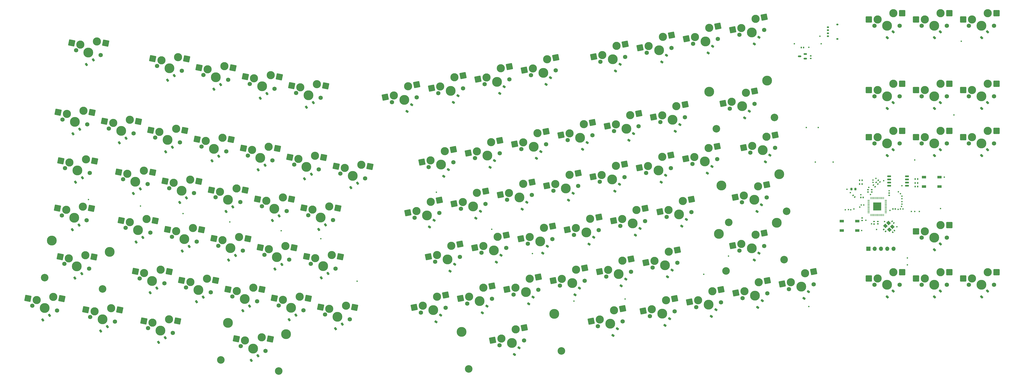
<source format=gbr>
%TF.GenerationSoftware,KiCad,Pcbnew,8.0.4*%
%TF.CreationDate,2024-08-17T19:23:32+09:00*%
%TF.ProjectId,ttaelgam,74746165-6c67-4616-9d2e-6b696361645f,rev?*%
%TF.SameCoordinates,Original*%
%TF.FileFunction,Soldermask,Bot*%
%TF.FilePolarity,Negative*%
%FSLAX46Y46*%
G04 Gerber Fmt 4.6, Leading zero omitted, Abs format (unit mm)*
G04 Created by KiCad (PCBNEW 8.0.4) date 2024-08-17 19:23:32*
%MOMM*%
%LPD*%
G01*
G04 APERTURE LIST*
G04 Aperture macros list*
%AMRoundRect*
0 Rectangle with rounded corners*
0 $1 Rounding radius*
0 $2 $3 $4 $5 $6 $7 $8 $9 X,Y pos of 4 corners*
0 Add a 4 corners polygon primitive as box body*
4,1,4,$2,$3,$4,$5,$6,$7,$8,$9,$2,$3,0*
0 Add four circle primitives for the rounded corners*
1,1,$1+$1,$2,$3*
1,1,$1+$1,$4,$5*
1,1,$1+$1,$6,$7*
1,1,$1+$1,$8,$9*
0 Add four rect primitives between the rounded corners*
20,1,$1+$1,$2,$3,$4,$5,0*
20,1,$1+$1,$4,$5,$6,$7,0*
20,1,$1+$1,$6,$7,$8,$9,0*
20,1,$1+$1,$8,$9,$2,$3,0*%
%AMRotRect*
0 Rectangle, with rotation*
0 The origin of the aperture is its center*
0 $1 length*
0 $2 width*
0 $3 Rotation angle, in degrees counterclockwise*
0 Add horizontal line*
21,1,$1,$2,0,0,$3*%
G04 Aperture macros list end*
%ADD10C,3.048000*%
%ADD11C,3.987800*%
%ADD12C,1.750000*%
%ADD13C,3.300000*%
%ADD14RoundRect,0.250000X1.196977X0.786048X-0.815359X1.177206X-1.196977X-0.786048X0.815359X-1.177206X0*%
%ADD15RoundRect,0.225000X0.106066X-0.424264X0.424264X-0.106066X-0.106066X0.424264X-0.424264X0.106066X0*%
%ADD16RoundRect,0.225000X0.185071X-0.396231X0.436707X-0.023164X-0.185071X0.396231X-0.436707X0.023164X0*%
%ADD17RoundRect,0.225000X0.023164X-0.436707X0.396231X-0.185071X-0.023164X0.436707X-0.396231X0.185071X0*%
%ADD18RoundRect,0.140000X0.170000X-0.140000X0.170000X0.140000X-0.170000X0.140000X-0.170000X-0.140000X0*%
%ADD19RoundRect,0.250000X0.815359X1.177206X-1.196977X0.786048X-0.815359X-1.177206X1.196977X-0.786048X0*%
%ADD20RoundRect,0.140000X0.219203X0.021213X0.021213X0.219203X-0.219203X-0.021213X-0.021213X-0.219203X0*%
%ADD21RoundRect,0.135000X-0.135000X-0.185000X0.135000X-0.185000X0.135000X0.185000X-0.135000X0.185000X0*%
%ADD22RoundRect,0.150000X0.650000X0.150000X-0.650000X0.150000X-0.650000X-0.150000X0.650000X-0.150000X0*%
%ADD23RoundRect,0.140000X0.140000X0.170000X-0.140000X0.170000X-0.140000X-0.170000X0.140000X-0.170000X0*%
%ADD24RoundRect,0.135000X0.135000X0.185000X-0.135000X0.185000X-0.135000X-0.185000X0.135000X-0.185000X0*%
%ADD25RoundRect,0.250000X1.025000X1.000000X-1.025000X1.000000X-1.025000X-1.000000X1.025000X-1.000000X0*%
%ADD26RoundRect,0.140000X-0.170000X0.140000X-0.170000X-0.140000X0.170000X-0.140000X0.170000X0.140000X0*%
%ADD27RoundRect,0.135000X-0.185000X0.135000X-0.185000X-0.135000X0.185000X-0.135000X0.185000X0.135000X0*%
%ADD28RoundRect,0.140000X-0.140000X-0.170000X0.140000X-0.170000X0.140000X0.170000X-0.140000X0.170000X0*%
%ADD29R,1.700000X1.700000*%
%ADD30O,1.700000X1.700000*%
%ADD31RoundRect,0.140000X-0.021213X0.219203X-0.219203X0.021213X0.021213X-0.219203X0.219203X-0.021213X0*%
%ADD32R,1.700000X1.000000*%
%ADD33RotRect,1.400000X1.200000X135.000000*%
%ADD34RoundRect,0.150000X-0.275000X0.150000X-0.275000X-0.150000X0.275000X-0.150000X0.275000X0.150000X0*%
%ADD35RoundRect,0.175000X-0.225000X0.175000X-0.225000X-0.175000X0.225000X-0.175000X0.225000X0.175000X0*%
%ADD36RoundRect,0.050000X0.387500X0.050000X-0.387500X0.050000X-0.387500X-0.050000X0.387500X-0.050000X0*%
%ADD37RoundRect,0.050000X0.050000X0.387500X-0.050000X0.387500X-0.050000X-0.387500X0.050000X-0.387500X0*%
%ADD38R,3.200000X3.200000*%
%ADD39RoundRect,0.225000X0.225000X0.250000X-0.225000X0.250000X-0.225000X-0.250000X0.225000X-0.250000X0*%
%ADD40RoundRect,0.135000X0.226274X0.035355X0.035355X0.226274X-0.226274X-0.035355X-0.035355X-0.226274X0*%
%ADD41RoundRect,0.150000X0.512500X0.150000X-0.512500X0.150000X-0.512500X-0.150000X0.512500X-0.150000X0*%
%ADD42C,0.600000*%
G04 APERTURE END LIST*
D10*
%TO.C,S63*%
X423623821Y-226170754D03*
D11*
X420715892Y-211210756D03*
D10*
X400248824Y-230714392D03*
D11*
X397340895Y-215754395D03*
%TD*%
D10*
%TO.C,S82*%
X332718655Y-282654035D03*
D11*
X329810726Y-267694036D03*
D10*
X295318659Y-289923857D03*
D11*
X292410730Y-274963859D03*
%TD*%
D10*
%TO.C,S30*%
X418691498Y-188316394D03*
D11*
X415783569Y-173356396D03*
D10*
X395316501Y-192860032D03*
D11*
X392408572Y-177900035D03*
%TD*%
D10*
%TO.C,S81*%
X218591636Y-290832583D03*
D11*
X221499565Y-275872586D03*
D10*
X195216639Y-286288945D03*
D11*
X198124568Y-271328947D03*
%TD*%
D10*
%TO.C,S76*%
X422583732Y-245779479D03*
D11*
X419675803Y-230819481D03*
D10*
X399208735Y-250323117D03*
D11*
X396300806Y-235363120D03*
%TD*%
D10*
%TO.C,S64*%
X147426556Y-257592940D03*
D11*
X150334485Y-242632943D03*
D10*
X124051559Y-253049302D03*
D11*
X126959488Y-238089304D03*
%TD*%
D12*
%TO.C,MX52*%
X166730933Y-234823044D03*
D11*
X161744267Y-233853734D03*
D12*
X156757601Y-232884424D03*
D13*
X158488922Y-230633419D03*
D14*
X155004146Y-229956047D03*
X168691686Y-230029095D03*
D13*
X165206910Y-229351723D03*
%TD*%
D15*
%TO.C,D88*%
X464319491Y-260791339D03*
X466652943Y-258457887D03*
%TD*%
D16*
%TO.C,D7*%
X289090418Y-182208004D03*
X290935754Y-179472180D03*
%TD*%
D12*
%TO.C,MX2*%
X179453123Y-169373051D03*
D11*
X174466457Y-168403741D03*
D12*
X169479791Y-167434431D03*
D13*
X171211112Y-165183426D03*
D14*
X167726336Y-164506054D03*
X181413876Y-164579102D03*
D13*
X177929100Y-163901730D03*
%TD*%
D12*
%TO.C,MX55*%
X222830927Y-245727778D03*
D11*
X217844261Y-244758468D03*
D12*
X212857595Y-243789158D03*
D13*
X214588916Y-241538153D03*
D14*
X211104140Y-240860781D03*
X224791680Y-240933829D03*
D13*
X221306904Y-240256457D03*
%TD*%
D15*
%TO.C,D33*%
X502419491Y-184591339D03*
X504752943Y-182257887D03*
%TD*%
D17*
%TO.C,D5*%
X229792983Y-184083405D03*
X232528807Y-182238069D03*
%TD*%
D12*
%TO.C,MX18*%
X159975758Y-194696864D03*
D11*
X154989092Y-193727554D03*
D12*
X150002426Y-192758244D03*
D13*
X151733747Y-190507239D03*
D14*
X148248971Y-189829867D03*
X161936511Y-189902915D03*
D13*
X158451735Y-189225543D03*
%TD*%
D18*
%TO.C,C3*%
X458009740Y-218445260D03*
X458009740Y-217485260D03*
%TD*%
D12*
%TO.C,MX24*%
X289107879Y-206389162D03*
D11*
X284121213Y-207358472D03*
D12*
X279134547Y-208327782D03*
D13*
X279896559Y-205592121D03*
D19*
X276411782Y-206269493D03*
X289130013Y-201209779D03*
D13*
X285645236Y-201887151D03*
%TD*%
D20*
%TO.C,C6*%
X466927686Y-230937945D03*
X466248864Y-230259123D03*
%TD*%
D12*
%TO.C,MX69*%
X247246012Y-269880143D03*
D11*
X242259346Y-268910833D03*
D12*
X237272680Y-267941523D03*
D13*
X239004001Y-265690518D03*
D14*
X235519225Y-265013146D03*
X249206765Y-265086194D03*
D13*
X245721989Y-264408822D03*
%TD*%
D12*
%TO.C,MX66*%
X191146019Y-258975408D03*
D11*
X186159353Y-258006098D03*
D12*
X181172687Y-257036788D03*
D13*
X182904008Y-254785783D03*
D14*
X179419232Y-254108411D03*
X193106772Y-254181459D03*
D13*
X189621996Y-253504087D03*
%TD*%
D17*
%TO.C,D55*%
X217070793Y-249533398D03*
X219806617Y-247688062D03*
%TD*%
D16*
%TO.C,D83*%
X353494926Y-276425078D03*
X355340262Y-273689254D03*
%TD*%
D20*
%TO.C,C11*%
X459349151Y-216329671D03*
X458670329Y-215650849D03*
%TD*%
D16*
%TO.C,D43*%
X335577693Y-221688176D03*
X337423029Y-218952352D03*
%TD*%
%TO.C,D70*%
X282072522Y-270901634D03*
X283917858Y-268165810D03*
%TD*%
D21*
%TO.C,R5*%
X475519221Y-214759737D03*
X476539219Y-214759737D03*
%TD*%
D16*
%TO.C,D42*%
X316877695Y-225323087D03*
X318723031Y-222587263D03*
%TD*%
D12*
%TO.C,MX84*%
X378447515Y-266649508D03*
D11*
X373460849Y-267618818D03*
D12*
X368474183Y-268588128D03*
D13*
X369236195Y-265852467D03*
D19*
X365751418Y-266529839D03*
X378469649Y-261470125D03*
D13*
X374984872Y-262147497D03*
%TD*%
D12*
%TO.C,MX58*%
X310402700Y-241062974D03*
D11*
X305416034Y-242032284D03*
D12*
X300429368Y-243001594D03*
D13*
X301191380Y-240265933D03*
D19*
X297706603Y-240943305D03*
X310424834Y-235883591D03*
D13*
X306940057Y-236560963D03*
%TD*%
D16*
%TO.C,D60*%
X343887603Y-239479446D03*
X345732939Y-236743622D03*
%TD*%
D12*
%TO.C,MX64*%
X142058524Y-249433766D03*
D11*
X137071858Y-248464456D03*
D12*
X132085192Y-247495146D03*
D13*
X133816513Y-245244141D03*
D14*
X130331737Y-244566769D03*
X144019277Y-244639817D03*
D13*
X140534501Y-243962445D03*
%TD*%
D12*
%TO.C,MX78*%
X129073614Y-266316308D03*
D11*
X124086948Y-265346998D03*
D12*
X119100282Y-264377688D03*
D13*
X120831603Y-262126683D03*
D14*
X117346827Y-261449311D03*
X131034367Y-261522359D03*
D13*
X127549591Y-260844987D03*
%TD*%
D12*
%TO.C,MX73*%
X342087608Y-254310605D03*
D11*
X337100942Y-255279915D03*
D12*
X332114276Y-256249225D03*
D13*
X332876288Y-253513564D03*
D19*
X329391511Y-254190936D03*
X342109742Y-249131222D03*
D13*
X338624965Y-249808594D03*
%TD*%
D22*
%TO.C,U4*%
X472234740Y-212085260D03*
X472234740Y-213355260D03*
X472234740Y-214625260D03*
X472234740Y-215895260D03*
X465034740Y-215895260D03*
X465034740Y-214625260D03*
X465034740Y-213355260D03*
X465034740Y-212085260D03*
%TD*%
D16*
%TO.C,D26*%
X322592782Y-204805634D03*
X324438118Y-202069810D03*
%TD*%
D12*
%TO.C,MX61*%
X366502693Y-230158240D03*
D11*
X361516027Y-231127550D03*
D12*
X356529361Y-232096860D03*
D13*
X357291373Y-229361199D03*
D19*
X353806596Y-230038571D03*
X366524827Y-224978857D03*
D13*
X363040050Y-225656229D03*
%TD*%
D16*
%TO.C,D11*%
X373240409Y-165850903D03*
X375085745Y-163115079D03*
%TD*%
D23*
%TO.C,C9*%
X454564740Y-220615260D03*
X453604740Y-220615260D03*
%TD*%
D12*
%TO.C,MX63*%
X415590188Y-220616598D03*
D11*
X410603522Y-221585908D03*
D12*
X405616856Y-222555218D03*
D13*
X406378868Y-219819557D03*
D19*
X402894091Y-220496929D03*
X415612322Y-215437215D03*
D13*
X412127545Y-216114587D03*
%TD*%
D24*
%TO.C,R7*%
X454094739Y-213640260D03*
X453074741Y-213640260D03*
%TD*%
D16*
%TO.C,D40*%
X279477699Y-232592910D03*
X281323035Y-229857086D03*
%TD*%
D20*
%TO.C,C13*%
X451149151Y-220435722D03*
X450470329Y-219756900D03*
%TD*%
D12*
%TO.C,MX89*%
X488297648Y-255956553D03*
D11*
X483217648Y-255956553D03*
D12*
X478137648Y-255956553D03*
D13*
X479407648Y-253416553D03*
D25*
X475857648Y-253416553D03*
X489307648Y-250876553D03*
D13*
X485757648Y-250876553D03*
%TD*%
D12*
%TO.C,MX22*%
X234775749Y-209236510D03*
D11*
X229789083Y-208267200D03*
D12*
X224802417Y-207297890D03*
D13*
X226533738Y-205046885D03*
D14*
X223048962Y-204369513D03*
X236736502Y-204442561D03*
D13*
X233251726Y-203765189D03*
%TD*%
D12*
%TO.C,MX44*%
X358192782Y-212366970D03*
D11*
X353206116Y-213336280D03*
D12*
X348219450Y-214305590D03*
D13*
X348981462Y-211569929D03*
D19*
X345496685Y-212247301D03*
X358214916Y-207187587D03*
D13*
X354730139Y-207864959D03*
%TD*%
D12*
%TO.C,MX67*%
X209846016Y-262610320D03*
D11*
X204859350Y-261641010D03*
D12*
X199872684Y-260671700D03*
D13*
X201604005Y-258420695D03*
D14*
X198119229Y-257743323D03*
X211806769Y-257816371D03*
D13*
X208321993Y-257138999D03*
%TD*%
D16*
%TO.C,D44*%
X354277690Y-218053265D03*
X356123026Y-215317441D03*
%TD*%
D26*
%TO.C,C16*%
X458984740Y-230385260D03*
X458984740Y-231345260D03*
%TD*%
D17*
%TO.C,D66*%
X185385885Y-262781029D03*
X188121709Y-260935693D03*
%TD*%
%TO.C,D78*%
X123313480Y-270121929D03*
X126049304Y-268276593D03*
%TD*%
D15*
%TO.C,D32*%
X483369491Y-184591339D03*
X485702943Y-182257887D03*
%TD*%
D12*
%TO.C,MX74*%
X360787606Y-250675694D03*
D11*
X355800940Y-251645004D03*
D12*
X350814274Y-252614314D03*
D13*
X351576286Y-249878653D03*
D19*
X348091509Y-250556025D03*
X360809740Y-245496311D03*
D13*
X357324963Y-246173683D03*
%TD*%
D16*
%TO.C,D72*%
X319472518Y-263631811D03*
X321317854Y-260895987D03*
%TD*%
%TO.C,D61*%
X362587601Y-235844535D03*
X364432937Y-233108711D03*
%TD*%
%TO.C,D57*%
X287787610Y-250384180D03*
X289632946Y-247648356D03*
%TD*%
D24*
%TO.C,R3*%
X476539219Y-213159737D03*
X475519221Y-213159737D03*
%TD*%
D17*
%TO.C,D23*%
X247715613Y-216677041D03*
X250451437Y-214831705D03*
%TD*%
%TO.C,D54*%
X198370795Y-245898487D03*
X201106619Y-244053151D03*
%TD*%
D12*
%TO.C,MX36*%
X184390843Y-218849229D03*
D11*
X179404177Y-217879919D03*
D12*
X174417511Y-216910609D03*
D13*
X176148832Y-214659604D03*
D14*
X172664056Y-213982232D03*
X186351596Y-214055280D03*
D13*
X182866820Y-213377908D03*
%TD*%
D12*
%TO.C,MX39*%
X240490836Y-229753963D03*
D11*
X235504170Y-228784653D03*
D12*
X230517504Y-227815343D03*
D13*
X232248825Y-225564338D03*
D14*
X228764049Y-224886966D03*
X242451589Y-224960014D03*
D13*
X238966813Y-224282642D03*
%TD*%
D12*
%TO.C,MX88*%
X469247648Y-255956553D03*
D11*
X464167648Y-255956553D03*
D12*
X459087648Y-255956553D03*
D13*
X460357648Y-253416553D03*
D25*
X456807648Y-253416553D03*
X470257648Y-250876553D03*
D13*
X466707648Y-250876553D03*
%TD*%
D16*
%TO.C,D76*%
X410635007Y-245911618D03*
X412480343Y-243175794D03*
%TD*%
D17*
%TO.C,D36*%
X178630709Y-222654850D03*
X181366533Y-220809514D03*
%TD*%
D12*
%TO.C,MX19*%
X178675755Y-198331776D03*
D11*
X173689089Y-197362466D03*
D12*
X168702423Y-196393156D03*
D13*
X170433744Y-194142151D03*
D14*
X166948968Y-193464779D03*
X180636508Y-193537827D03*
D13*
X177151732Y-192860455D03*
%TD*%
D15*
%TO.C,D31*%
X464319491Y-184591339D03*
X466652943Y-182257887D03*
%TD*%
D17*
%TO.C,D17*%
X135515626Y-194867573D03*
X138251450Y-193022237D03*
%TD*%
D16*
%TO.C,D12*%
X391940407Y-162215992D03*
X393785743Y-159480168D03*
%TD*%
D12*
%TO.C,MX3*%
X198153121Y-173007963D03*
D11*
X193166455Y-172038653D03*
D12*
X188179789Y-171069343D03*
D13*
X189911110Y-168818338D03*
D14*
X186426334Y-168140966D03*
X200113874Y-168214014D03*
D13*
X196629098Y-167536642D03*
%TD*%
D12*
%TO.C,MX71*%
X304687612Y-261580428D03*
D11*
X299700946Y-262549738D03*
D12*
X294714280Y-263519048D03*
D13*
X295476292Y-260783387D03*
D19*
X291991515Y-261460759D03*
X304709746Y-256401045D03*
D13*
X301224969Y-257078417D03*
%TD*%
D27*
%TO.C,R4*%
X454159740Y-228930261D03*
X454159740Y-229950259D03*
%TD*%
D12*
%TO.C,MX27*%
X345207872Y-195484428D03*
D11*
X340221206Y-196453738D03*
D12*
X335234540Y-197423048D03*
D13*
X335996552Y-194687387D03*
D19*
X332511775Y-195364759D03*
X345230006Y-190305045D03*
D13*
X341745229Y-190982417D03*
%TD*%
D12*
%TO.C,MX5*%
X235553116Y-180277785D03*
D11*
X230566450Y-179308475D03*
D12*
X225579784Y-178339165D03*
D13*
X227311105Y-176088160D03*
D14*
X223826329Y-175410788D03*
X237513869Y-175483836D03*
D13*
X234029093Y-174806464D03*
%TD*%
D12*
%TO.C,MX76*%
X414550099Y-240225323D03*
D11*
X409563433Y-241194633D03*
D12*
X404576767Y-242163943D03*
D13*
X405338779Y-239428282D03*
D19*
X401854002Y-240105654D03*
X414572233Y-235045940D03*
D13*
X411087456Y-235723312D03*
%TD*%
D12*
%TO.C,MX9*%
X330405506Y-169251887D03*
D11*
X325418840Y-170221197D03*
D12*
X320432174Y-171190507D03*
D13*
X321194186Y-168454846D03*
D19*
X317709409Y-169132218D03*
X330427640Y-164072504D03*
D13*
X326942863Y-164749876D03*
%TD*%
D12*
%TO.C,MX13*%
X414555496Y-152894786D03*
D11*
X409568830Y-153864096D03*
D12*
X404582164Y-154833406D03*
D13*
X405344176Y-152097745D03*
D19*
X401859399Y-152775117D03*
X414577630Y-147715403D03*
D13*
X411092853Y-148392775D03*
%TD*%
D16*
%TO.C,D74*%
X356872514Y-256361988D03*
X358717850Y-253626164D03*
%TD*%
D12*
%TO.C,MX21*%
X216075751Y-205601598D03*
D11*
X211089085Y-204632288D03*
D12*
X206102419Y-203662978D03*
D13*
X207833740Y-201411973D03*
D14*
X204348964Y-200734601D03*
X218036504Y-200807649D03*
D13*
X214551728Y-200130277D03*
%TD*%
D12*
%TO.C,MX33*%
X507347648Y-179756553D03*
D11*
X502267648Y-179756553D03*
D12*
X497187648Y-179756553D03*
D13*
X498457648Y-177216553D03*
D25*
X494907648Y-177216553D03*
X508357648Y-174676553D03*
D13*
X504807648Y-174676553D03*
%TD*%
D18*
%TO.C,C2*%
X433409740Y-164376311D03*
X433409740Y-163416311D03*
%TD*%
D16*
%TO.C,D59*%
X325187606Y-243114357D03*
X327032942Y-240378533D03*
%TD*%
D12*
%TO.C,MX26*%
X326507874Y-199119339D03*
D11*
X321521208Y-200088649D03*
D12*
X316534542Y-201057959D03*
D13*
X317296554Y-198322298D03*
D19*
X313811777Y-198999670D03*
X326530008Y-193939956D03*
D13*
X323045231Y-194617328D03*
%TD*%
D12*
%TO.C,MX12*%
X395855499Y-156529697D03*
D11*
X390868833Y-157499007D03*
D12*
X385882167Y-158468317D03*
D13*
X386644179Y-155732656D03*
D19*
X383159402Y-156410028D03*
X395877633Y-151350314D03*
D13*
X392392856Y-152027686D03*
%TD*%
D17*
%TO.C,D38*%
X216030705Y-229924672D03*
X218766529Y-228079336D03*
%TD*%
D12*
%TO.C,MX16*%
X507347648Y-151181553D03*
D11*
X502267648Y-151181553D03*
D12*
X497187648Y-151181553D03*
D13*
X498457648Y-148641553D03*
D25*
X494907648Y-148641553D03*
X508357648Y-146101553D03*
D13*
X504807648Y-146101553D03*
%TD*%
D12*
%TO.C,MX34*%
X142315848Y-210670679D03*
D11*
X137329182Y-209701369D03*
D12*
X132342516Y-208732059D03*
D13*
X134073837Y-206481054D03*
D14*
X130589061Y-205803682D03*
X144276601Y-205876730D03*
D13*
X140791825Y-205199358D03*
%TD*%
D17*
%TO.C,D53*%
X179670797Y-242263575D03*
X182406621Y-240418239D03*
%TD*%
%TO.C,D56*%
X235770791Y-253168309D03*
X238506615Y-251322973D03*
%TD*%
D21*
%TO.C,R8*%
X453074741Y-215227760D03*
X454094739Y-215227760D03*
%TD*%
D12*
%TO.C,MX40*%
X283392791Y-226906616D03*
D11*
X278406125Y-227875926D03*
D12*
X273419459Y-228845236D03*
D13*
X274181471Y-226109575D03*
D19*
X270696694Y-226786947D03*
X283414925Y-221727233D03*
D13*
X279930148Y-222404605D03*
%TD*%
D12*
%TO.C,MX82*%
X317672522Y-278462970D03*
D11*
X312685856Y-279432280D03*
D12*
X307699190Y-280401590D03*
D13*
X308461202Y-277665929D03*
D19*
X304976425Y-278343301D03*
X317694656Y-273283587D03*
D13*
X314209879Y-273960959D03*
%TD*%
D17*
%TO.C,D2*%
X173692989Y-173178671D03*
X176428813Y-171333335D03*
%TD*%
%TO.C,D22*%
X229015615Y-213042130D03*
X231751439Y-211196794D03*
%TD*%
D16*
%TO.C,D29*%
X378692776Y-193900900D03*
X380538112Y-191165076D03*
%TD*%
D12*
%TO.C,MX43*%
X339492785Y-216001881D03*
D11*
X334506119Y-216971191D03*
D12*
X329519453Y-217940501D03*
D13*
X330281465Y-215204840D03*
D19*
X326796688Y-215882212D03*
X339514919Y-210822498D03*
D13*
X336030142Y-211499870D03*
%TD*%
D17*
%TO.C,D67*%
X204085883Y-266415940D03*
X206821707Y-264570604D03*
%TD*%
D12*
%TO.C,MX30*%
X410657865Y-182762238D03*
D11*
X405671199Y-183731548D03*
D12*
X400684533Y-184700858D03*
D13*
X401446545Y-181965197D03*
D19*
X397961768Y-182642569D03*
X410679999Y-177582855D03*
D13*
X407195222Y-178260227D03*
%TD*%
D18*
%TO.C,C14*%
X456509740Y-218445260D03*
X456509740Y-217485260D03*
%TD*%
D16*
%TO.C,D47*%
X415052683Y-206239803D03*
X416898019Y-203503979D03*
%TD*%
D12*
%TO.C,MX7*%
X293005510Y-176521710D03*
D11*
X288018844Y-177491020D03*
D12*
X283032178Y-178460330D03*
D13*
X283794190Y-175724669D03*
D19*
X280309413Y-176402041D03*
X293027644Y-171342327D03*
D13*
X289542867Y-172019699D03*
%TD*%
D15*
%TO.C,D50*%
X502419491Y-203641339D03*
X504752943Y-201307887D03*
%TD*%
D16*
%TO.C,D45*%
X372977688Y-214418353D03*
X374823024Y-211682529D03*
%TD*%
D12*
%TO.C,MX68*%
X228546014Y-266245231D03*
D11*
X223559348Y-265275921D03*
D12*
X218572682Y-264306611D03*
D13*
X220304003Y-262055606D03*
D14*
X216819227Y-261378234D03*
X230506767Y-261451282D03*
D13*
X227021991Y-260773910D03*
%TD*%
D12*
%TO.C,MX17*%
X141275760Y-191061953D03*
D11*
X136289094Y-190092643D03*
D12*
X131302428Y-189123333D03*
D13*
X133033749Y-186872328D03*
D14*
X129548973Y-186194956D03*
X143236513Y-186268004D03*
D13*
X139751737Y-185590632D03*
%TD*%
D16*
%TO.C,D46*%
X391677686Y-210783442D03*
X393523022Y-208047618D03*
%TD*%
D17*
%TO.C,D51*%
X135258302Y-233630661D03*
X137994126Y-231785325D03*
%TD*%
%TO.C,D52*%
X160970799Y-238628664D03*
X163706623Y-236783328D03*
%TD*%
%TO.C,D65*%
X166685887Y-259146117D03*
X169421711Y-257300781D03*
%TD*%
D12*
%TO.C,MX35*%
X165690845Y-215214318D03*
D11*
X160704179Y-214245008D03*
D12*
X155717513Y-213275698D03*
D13*
X157448834Y-211024693D03*
D14*
X153964058Y-210347321D03*
X167651598Y-210420369D03*
D13*
X164166822Y-209742997D03*
%TD*%
D12*
%TO.C,MX4*%
X216853119Y-176642874D03*
D11*
X211866453Y-175673564D03*
D12*
X206879787Y-174704254D03*
D13*
X208611108Y-172453249D03*
D14*
X205126332Y-171775877D03*
X218813872Y-171848925D03*
D13*
X215329096Y-171171553D03*
%TD*%
D12*
%TO.C,MX8*%
X311705508Y-172886798D03*
D11*
X306718842Y-173856108D03*
D12*
X301732176Y-174825418D03*
D13*
X302494188Y-172089757D03*
D19*
X299009411Y-172767129D03*
X311727642Y-167707415D03*
D13*
X308242865Y-168384787D03*
%TD*%
D17*
%TO.C,D19*%
X172915622Y-202137396D03*
X175651446Y-200292060D03*
%TD*%
D16*
%TO.C,D84*%
X374532423Y-272335803D03*
X376377759Y-269599979D03*
%TD*%
D12*
%TO.C,MX1*%
X146728127Y-163011956D03*
D11*
X141741461Y-162042646D03*
D12*
X136754795Y-161073336D03*
D13*
X138486116Y-158822331D03*
D14*
X135001340Y-158144959D03*
X148688880Y-158218007D03*
D13*
X145204104Y-157540635D03*
%TD*%
D28*
%TO.C,C1*%
X429568107Y-159980390D03*
X430528107Y-159980390D03*
%TD*%
D12*
%TO.C,MX49*%
X488297648Y-198806553D03*
D11*
X483217648Y-198806553D03*
D12*
X478137648Y-198806553D03*
D13*
X479407648Y-196266553D03*
D25*
X475857648Y-196266553D03*
X489307648Y-193726553D03*
D13*
X485757648Y-193726553D03*
%TD*%
D29*
%TO.C,J3*%
X456634740Y-241390260D03*
D30*
X459174740Y-241390260D03*
X461714739Y-241390260D03*
X464254740Y-241390260D03*
X466794740Y-241390260D03*
%TD*%
D12*
%TO.C,MX83*%
X357410018Y-270738783D03*
D11*
X352423352Y-271708093D03*
D12*
X347436686Y-272677403D03*
D13*
X348198698Y-269941742D03*
D19*
X344713921Y-270619114D03*
X357432152Y-265559400D03*
D13*
X353947375Y-266236772D03*
%TD*%
D12*
%TO.C,MX48*%
X469247648Y-198806553D03*
D11*
X464167648Y-198806553D03*
D12*
X459087648Y-198806553D03*
D13*
X460357648Y-196266553D03*
D25*
X456807648Y-196266553D03*
X470257648Y-193726553D03*
D13*
X466707648Y-193726553D03*
%TD*%
D28*
%TO.C,C12*%
X466529740Y-225290260D03*
X467489740Y-225290260D03*
%TD*%
D12*
%TO.C,MX62*%
X385202691Y-226523329D03*
D11*
X380216025Y-227492639D03*
D12*
X375229359Y-228461949D03*
D13*
X375991371Y-225726288D03*
D19*
X372506594Y-226403660D03*
X385224825Y-221343946D03*
D13*
X381740048Y-222021318D03*
%TD*%
D17*
%TO.C,D35*%
X159930711Y-219019938D03*
X162666535Y-217174602D03*
%TD*%
D12*
%TO.C,MX75*%
X379487603Y-247040782D03*
D11*
X374500937Y-248010092D03*
D12*
X369514271Y-248979402D03*
D13*
X370276283Y-246243741D03*
D19*
X366791506Y-246921113D03*
X379509737Y-241861399D03*
D13*
X376024960Y-242538771D03*
%TD*%
D12*
%TO.C,MX25*%
X307807876Y-202754251D03*
D11*
X302821210Y-203723561D03*
D12*
X297834544Y-204692871D03*
D13*
X298596556Y-201957210D03*
D19*
X295111779Y-202634582D03*
X307830010Y-197574868D03*
D13*
X304345233Y-198252240D03*
%TD*%
D31*
%TO.C,C7*%
X467188427Y-233998104D03*
X466509605Y-234676926D03*
%TD*%
D20*
%TO.C,C4*%
X460499151Y-215179671D03*
X459820329Y-214500849D03*
%TD*%
D17*
%TO.C,D80*%
X170063475Y-279209207D03*
X172799299Y-277363871D03*
%TD*%
D16*
%TO.C,D30*%
X406742773Y-188448533D03*
X408588109Y-185712709D03*
%TD*%
%TO.C,D87*%
X430632417Y-261431068D03*
X432477753Y-258695244D03*
%TD*%
D15*
%TO.C,D15*%
X483369491Y-156016339D03*
X485702943Y-153682887D03*
%TD*%
D12*
%TO.C,MX32*%
X488297648Y-179756553D03*
D11*
X483217648Y-179756553D03*
D12*
X478137648Y-179756553D03*
D13*
X479407648Y-177216553D03*
D25*
X475857648Y-177216553D03*
X489307648Y-174676553D03*
D13*
X485757648Y-174676553D03*
%TD*%
D12*
%TO.C,MX15*%
X488297648Y-151181553D03*
D11*
X483217648Y-151181553D03*
D12*
X478137648Y-151181553D03*
D13*
X479407648Y-148641553D03*
D25*
X475857648Y-148641553D03*
X489307648Y-146101553D03*
D13*
X485757648Y-146101553D03*
%TD*%
D16*
%TO.C,D10*%
X354540411Y-169485814D03*
X356385747Y-166749990D03*
%TD*%
%TO.C,D8*%
X307790416Y-178573093D03*
X309635752Y-175837269D03*
%TD*%
D12*
%TO.C,MX41*%
X302092789Y-223271704D03*
D11*
X297106123Y-224241014D03*
D12*
X292119457Y-225210324D03*
D13*
X292881469Y-222474663D03*
D19*
X289396692Y-223152035D03*
X302114923Y-218092321D03*
D13*
X298630146Y-218769693D03*
%TD*%
D12*
%TO.C,MX86*%
X415847511Y-259379685D03*
D11*
X410860845Y-260348995D03*
D12*
X405874179Y-261318305D03*
D13*
X406636191Y-258582644D03*
D19*
X403151414Y-259260016D03*
X415869645Y-254200302D03*
D13*
X412384868Y-254877674D03*
%TD*%
D12*
%TO.C,MX60*%
X347802695Y-233793151D03*
D11*
X342816029Y-234762461D03*
D12*
X337829363Y-235731771D03*
D13*
X338591375Y-232996110D03*
D19*
X335106598Y-233673482D03*
X347824829Y-228613768D03*
D13*
X344340052Y-229291140D03*
%TD*%
D16*
%TO.C,D58*%
X306487608Y-246749269D03*
X308332944Y-244013445D03*
%TD*%
%TO.C,D27*%
X341292780Y-201170722D03*
X343138116Y-198434898D03*
%TD*%
D17*
%TO.C,D21*%
X210315617Y-209407219D03*
X213051441Y-207561883D03*
%TD*%
D16*
%TO.C,D85*%
X393232421Y-268700891D03*
X395077757Y-265965067D03*
%TD*%
D24*
%TO.C,R6*%
X476539219Y-216232882D03*
X475519221Y-216232882D03*
%TD*%
D16*
%TO.C,D75*%
X375572512Y-252727077D03*
X377417848Y-249991253D03*
%TD*%
D12*
%TO.C,MX10*%
X358455503Y-163799520D03*
D11*
X353468837Y-164768830D03*
D12*
X348482171Y-165738140D03*
D13*
X349244183Y-163002479D03*
D19*
X345759406Y-163679851D03*
X358477637Y-158620137D03*
D13*
X354992860Y-159297509D03*
%TD*%
D16*
%TO.C,D13*%
X410640404Y-158581080D03*
X412485740Y-155845256D03*
%TD*%
%TO.C,D73*%
X338172516Y-259996900D03*
X340017852Y-257261076D03*
%TD*%
%TO.C,D6*%
X270390421Y-185842915D03*
X272235757Y-183107091D03*
%TD*%
D12*
%TO.C,MX81*%
X213223604Y-282673409D03*
D11*
X208236938Y-281704099D03*
D12*
X203250272Y-280734789D03*
D13*
X204981593Y-278483784D03*
D14*
X201496817Y-277806412D03*
X215184357Y-277879460D03*
D13*
X211699581Y-277202088D03*
%TD*%
D18*
%TO.C,C10*%
X465009740Y-219776311D03*
X465009740Y-218816311D03*
%TD*%
D15*
%TO.C,D77*%
X483369491Y-241741339D03*
X485702943Y-239407887D03*
%TD*%
D12*
%TO.C,MX65*%
X172446021Y-255340497D03*
D11*
X167459355Y-254371187D03*
D12*
X162472689Y-253401877D03*
D13*
X164204010Y-251150872D03*
D14*
X160719234Y-250473500D03*
X174406774Y-250546548D03*
D13*
X170921998Y-249869176D03*
%TD*%
D32*
%TO.C,BOOT1*%
X485369479Y-212386571D03*
X479069481Y-212386571D03*
X485369479Y-216186571D03*
X479069481Y-216186571D03*
%TD*%
D16*
%TO.C,D82*%
X313757430Y-284149264D03*
X315602766Y-281413440D03*
%TD*%
D12*
%TO.C,MX14*%
X469247648Y-151181553D03*
D11*
X464167648Y-151181553D03*
D12*
X459087648Y-151181553D03*
D13*
X460357648Y-148641553D03*
D25*
X456807648Y-148641553D03*
X470257648Y-146101553D03*
D13*
X466707648Y-146101553D03*
%TD*%
D16*
%TO.C,D86*%
X411932419Y-265065980D03*
X413777755Y-262330156D03*
%TD*%
D12*
%TO.C,MX38*%
X221790839Y-226119052D03*
D11*
X216804173Y-225149742D03*
D12*
X211817507Y-224180432D03*
D13*
X213548828Y-221929427D03*
D14*
X210064052Y-221252055D03*
X223751592Y-221325103D03*
D13*
X220266816Y-220647731D03*
%TD*%
D12*
%TO.C,MX46*%
X395592778Y-205097147D03*
D11*
X390606112Y-206066457D03*
D12*
X385619446Y-207035767D03*
D13*
X386381458Y-204300106D03*
D19*
X382896681Y-204977478D03*
X395614912Y-199917764D03*
D13*
X392130135Y-200595136D03*
%TD*%
D16*
%TO.C,D62*%
X381287599Y-232209623D03*
X383132935Y-229473799D03*
%TD*%
D12*
%TO.C,MX53*%
X185430931Y-238457955D03*
D11*
X180444265Y-237488645D03*
D12*
X175457599Y-236519335D03*
D13*
X177188920Y-234268330D03*
D14*
X173704144Y-233590958D03*
X187391684Y-233664006D03*
D13*
X183906908Y-232986634D03*
%TD*%
D12*
%TO.C,MX29*%
X382607868Y-188214605D03*
D11*
X377621202Y-189183915D03*
D12*
X372634536Y-190153225D03*
D13*
X373396548Y-187417564D03*
D19*
X369911771Y-188094936D03*
X382630002Y-183035222D03*
D13*
X379145225Y-183712594D03*
%TD*%
D15*
%TO.C,D16*%
X502419491Y-156016339D03*
X504752943Y-153682887D03*
%TD*%
D12*
%TO.C,MX23*%
X253475747Y-212871421D03*
D11*
X248489081Y-211902111D03*
D12*
X243502415Y-210932801D03*
D13*
X245233736Y-208681796D03*
D14*
X241748960Y-208004424D03*
X255436500Y-208077472D03*
D13*
X251951724Y-207400100D03*
%TD*%
D33*
%TO.C,Y1*%
X465111517Y-233694118D03*
X463555882Y-232138483D03*
X464757963Y-230936402D03*
X466313598Y-232492037D03*
%TD*%
D12*
%TO.C,MX31*%
X469247648Y-179756553D03*
D11*
X464167648Y-179756553D03*
D12*
X459087648Y-179756553D03*
D13*
X460357648Y-177216553D03*
D25*
X456807648Y-177216553D03*
X470257648Y-174676553D03*
D13*
X466707648Y-174676553D03*
%TD*%
D16*
%TO.C,D28*%
X359992778Y-197535811D03*
X361838114Y-194799987D03*
%TD*%
%TO.C,D24*%
X285192787Y-212075457D03*
X287038123Y-209339633D03*
%TD*%
D12*
%TO.C,MX37*%
X203090841Y-222484141D03*
D11*
X198104175Y-221514831D03*
D12*
X193117509Y-220545521D03*
D13*
X194848830Y-218294516D03*
D14*
X191364054Y-217617144D03*
X205051594Y-217690192D03*
D13*
X201566818Y-217012820D03*
%TD*%
D12*
%TO.C,MX42*%
X320792787Y-219636793D03*
D11*
X315806121Y-220606103D03*
D12*
X310819455Y-221575413D03*
D13*
X311581467Y-218839752D03*
D19*
X308096690Y-219517124D03*
X320814921Y-214457410D03*
D13*
X317330144Y-215134782D03*
%TD*%
D34*
%TO.C,J4*%
X440334740Y-151796311D03*
X440334740Y-152996311D03*
X440334740Y-154196311D03*
X440334740Y-155396311D03*
D35*
X444109740Y-150646311D03*
X444109740Y-156546311D03*
%TD*%
D12*
%TO.C,MX90*%
X507347648Y-255956553D03*
D11*
X502267648Y-255956553D03*
D12*
X497187648Y-255956553D03*
D13*
X498457648Y-253416553D03*
D25*
X494907648Y-253416553D03*
X508357648Y-250876553D03*
D13*
X504807648Y-250876553D03*
%TD*%
D20*
%TO.C,C5*%
X461299151Y-214379671D03*
X460620329Y-213700849D03*
%TD*%
D12*
%TO.C,MX45*%
X376892780Y-208732059D03*
D11*
X371906114Y-209701369D03*
D12*
X366919448Y-210670679D03*
D13*
X367681460Y-207935018D03*
D19*
X364196683Y-208612390D03*
X376914914Y-203552676D03*
D13*
X373430137Y-204230048D03*
%TD*%
D17*
%TO.C,D37*%
X197330707Y-226289761D03*
X200066531Y-224444425D03*
%TD*%
D16*
%TO.C,D63*%
X411675096Y-226302892D03*
X413520432Y-223567068D03*
%TD*%
D15*
%TO.C,D14*%
X464319491Y-156016339D03*
X466652943Y-153682887D03*
%TD*%
D17*
%TO.C,D1*%
X140967993Y-166817576D03*
X143703817Y-164972240D03*
%TD*%
D36*
%TO.C,U2*%
X463656980Y-221686571D03*
X463656980Y-222086571D03*
X463656980Y-222486571D03*
X463656980Y-222886571D03*
X463656980Y-223286571D03*
X463656980Y-223686571D03*
X463656980Y-224086571D03*
X463656980Y-224486571D03*
X463656980Y-224886571D03*
X463656980Y-225286571D03*
X463656980Y-225686571D03*
X463656980Y-226086571D03*
X463656980Y-226486571D03*
X463656980Y-226886571D03*
D37*
X462819480Y-227724071D03*
X462419480Y-227724071D03*
X462019480Y-227724071D03*
X461619480Y-227724071D03*
X461219480Y-227724071D03*
X460819480Y-227724071D03*
X460419480Y-227724071D03*
X460019480Y-227724071D03*
X459619480Y-227724071D03*
X459219480Y-227724071D03*
X458819480Y-227724071D03*
X458419480Y-227724071D03*
X458019480Y-227724071D03*
X457619480Y-227724071D03*
D36*
X456781980Y-226886571D03*
X456781980Y-226486571D03*
X456781980Y-226086571D03*
X456781980Y-225686571D03*
X456781980Y-225286571D03*
X456781980Y-224886571D03*
X456781980Y-224486571D03*
X456781980Y-224086571D03*
X456781980Y-223686571D03*
X456781980Y-223286571D03*
X456781980Y-222886571D03*
X456781980Y-222486571D03*
X456781980Y-222086571D03*
X456781980Y-221686571D03*
D37*
X457619480Y-220849071D03*
X458019480Y-220849071D03*
X458419480Y-220849071D03*
X458819480Y-220849071D03*
X459219480Y-220849071D03*
X459619480Y-220849071D03*
X460019480Y-220849071D03*
X460419480Y-220849071D03*
X460819480Y-220849071D03*
X461219480Y-220849071D03*
X461619480Y-220849071D03*
X462019480Y-220849071D03*
X462419480Y-220849071D03*
X462819480Y-220849071D03*
D38*
X460219480Y-224286571D03*
%TD*%
D12*
%TO.C,MX20*%
X197375753Y-201966687D03*
D11*
X192389087Y-200997377D03*
D12*
X187402421Y-200028067D03*
D13*
X189133742Y-197777062D03*
D14*
X185648966Y-197099690D03*
X199336506Y-197172738D03*
D13*
X195851730Y-196495366D03*
%TD*%
D15*
%TO.C,D49*%
X483369491Y-203641339D03*
X485702943Y-201307887D03*
%TD*%
D12*
%TO.C,MX85*%
X397147513Y-263014597D03*
D11*
X392160847Y-263983907D03*
D12*
X387174181Y-264953217D03*
D13*
X387936193Y-262217556D03*
D19*
X384451416Y-262894928D03*
X397169647Y-257835214D03*
D13*
X393684870Y-258512586D03*
%TD*%
D17*
%TO.C,D4*%
X211092985Y-180448494D03*
X213828809Y-178603158D03*
%TD*%
D16*
%TO.C,D41*%
X298177697Y-228957999D03*
X300023033Y-226222175D03*
%TD*%
D39*
%TO.C,C8*%
X451384740Y-217215260D03*
X449834740Y-217215260D03*
%TD*%
D17*
%TO.C,D69*%
X241485878Y-273685763D03*
X244221702Y-271840427D03*
%TD*%
D15*
%TO.C,D90*%
X502419491Y-260791339D03*
X504752943Y-258457887D03*
%TD*%
D17*
%TO.C,D3*%
X192392987Y-176813583D03*
X195128811Y-174968247D03*
%TD*%
D12*
%TO.C,MX50*%
X507347648Y-198806553D03*
D11*
X502267648Y-198806553D03*
D12*
X497187648Y-198806553D03*
D13*
X498457648Y-196266553D03*
D25*
X494907648Y-196266553D03*
X508357648Y-193726553D03*
D13*
X504807648Y-193726553D03*
%TD*%
D12*
%TO.C,MX54*%
X204130929Y-242092866D03*
D11*
X199144263Y-241123556D03*
D12*
X194157597Y-240154246D03*
D13*
X195888918Y-237903241D03*
D14*
X192404142Y-237225869D03*
X206091682Y-237298917D03*
D13*
X202606906Y-236621545D03*
%TD*%
D17*
%TO.C,D68*%
X222785881Y-270050851D03*
X225521705Y-268205515D03*
%TD*%
D12*
%TO.C,MX11*%
X377155501Y-160164608D03*
D11*
X372168835Y-161133918D03*
D12*
X367182169Y-162103228D03*
D13*
X367944181Y-159367567D03*
D19*
X364459404Y-160044939D03*
X377177635Y-154985225D03*
D13*
X373692858Y-155662597D03*
%TD*%
D12*
%TO.C,MX80*%
X175823609Y-275403587D03*
D11*
X170836943Y-274434277D03*
D12*
X165850277Y-273464967D03*
D13*
X167581598Y-271213962D03*
D14*
X164096822Y-270536590D03*
X177784362Y-270609638D03*
D13*
X174299586Y-269932266D03*
%TD*%
D12*
%TO.C,MX28*%
X363907870Y-191849517D03*
D11*
X358921204Y-192818827D03*
D12*
X353934538Y-193788137D03*
D13*
X354696550Y-191052476D03*
D19*
X351211773Y-191729848D03*
X363930004Y-186670134D03*
D13*
X360445227Y-187347506D03*
%TD*%
D32*
%TO.C,RST1*%
X445884741Y-233990260D03*
X452184739Y-233990260D03*
X445884741Y-230190260D03*
X452184739Y-230190260D03*
%TD*%
D12*
%TO.C,MX57*%
X291702702Y-244697886D03*
D11*
X286716036Y-245667196D03*
D12*
X281729370Y-246636506D03*
D13*
X282491382Y-243900845D03*
D19*
X279006605Y-244578217D03*
X291724836Y-239518503D03*
D13*
X288240059Y-240195875D03*
%TD*%
D17*
%TO.C,D64*%
X136298391Y-253239386D03*
X139034215Y-251394050D03*
%TD*%
D12*
%TO.C,MX59*%
X329102698Y-237428063D03*
D11*
X324116032Y-238397373D03*
D12*
X319129366Y-239366683D03*
D13*
X319891378Y-236631022D03*
D19*
X316406601Y-237308394D03*
X329124832Y-232248680D03*
D13*
X325640055Y-232926052D03*
%TD*%
D40*
%TO.C,R9*%
X463588429Y-234325000D03*
X462867181Y-233603752D03*
%TD*%
D15*
%TO.C,D48*%
X464319491Y-203641339D03*
X466652943Y-201307887D03*
%TD*%
D12*
%TO.C,MX47*%
X418967775Y-200553508D03*
D11*
X413981109Y-201522818D03*
D12*
X408994443Y-202492128D03*
D13*
X409756455Y-199756467D03*
D19*
X406271678Y-200433839D03*
X418989909Y-195374125D03*
D13*
X415505132Y-196051497D03*
%TD*%
D12*
%TO.C,MX6*%
X274305513Y-180156621D03*
D11*
X269318847Y-181125931D03*
D12*
X264332181Y-182095241D03*
D13*
X265094193Y-179359580D03*
D19*
X261609416Y-180036952D03*
X274327647Y-174977238D03*
D13*
X270842870Y-175654610D03*
%TD*%
D26*
%TO.C,C15*%
X460459740Y-230360260D03*
X460459740Y-231320260D03*
%TD*%
D12*
%TO.C,MX79*%
X152448611Y-270859948D03*
D11*
X147461945Y-269890638D03*
D12*
X142475279Y-268921328D03*
D13*
X144206600Y-266670323D03*
D14*
X140721824Y-265992951D03*
X154409364Y-266065999D03*
D13*
X150924588Y-265388627D03*
%TD*%
D16*
%TO.C,D25*%
X303892784Y-208440545D03*
X305738120Y-205704721D03*
%TD*%
D17*
%TO.C,D34*%
X136555714Y-214476299D03*
X139291538Y-212630963D03*
%TD*%
D15*
%TO.C,D89*%
X483369491Y-260791339D03*
X485702943Y-258457887D03*
%TD*%
D12*
%TO.C,MX56*%
X241530925Y-249362689D03*
D11*
X236544259Y-248393379D03*
D12*
X231557593Y-247424069D03*
D13*
X233288914Y-245173064D03*
D14*
X229804138Y-244495692D03*
X243491678Y-244568740D03*
D13*
X240006902Y-243891368D03*
%TD*%
D17*
%TO.C,D79*%
X146688478Y-274665568D03*
X149424302Y-272820232D03*
%TD*%
D16*
%TO.C,D9*%
X326490414Y-174938181D03*
X328335750Y-172202357D03*
%TD*%
D12*
%TO.C,MX70*%
X285987614Y-265215339D03*
D11*
X281000948Y-266184649D03*
D12*
X276014282Y-267153959D03*
D13*
X276776294Y-264418298D03*
D19*
X273291517Y-265095670D03*
X286009748Y-260035956D03*
D13*
X282524971Y-260713328D03*
%TD*%
D12*
%TO.C,MX77*%
X488297648Y-236906553D03*
D11*
X483217648Y-236906553D03*
D12*
X478137648Y-236906553D03*
D13*
X479407648Y-234366553D03*
D25*
X475857648Y-234366553D03*
X489307648Y-231826553D03*
D13*
X485757648Y-231826553D03*
%TD*%
D12*
%TO.C,MX72*%
X323387610Y-257945516D03*
D11*
X318400944Y-258914826D03*
D12*
X313414278Y-259884136D03*
D13*
X314176290Y-257148475D03*
D19*
X310691513Y-257825847D03*
X323409744Y-252766133D03*
D13*
X319924967Y-253443505D03*
%TD*%
D17*
%TO.C,D81*%
X207463471Y-286479030D03*
X210199295Y-284633694D03*
%TD*%
%TO.C,D20*%
X191615620Y-205772307D03*
X194351444Y-203926971D03*
%TD*%
D16*
%TO.C,D71*%
X300772520Y-267266722D03*
X302617856Y-264530898D03*
%TD*%
D17*
%TO.C,D39*%
X234730703Y-233559584D03*
X237466527Y-231714248D03*
%TD*%
D12*
%TO.C,MX51*%
X141018436Y-229825040D03*
D11*
X136031770Y-228855730D03*
D12*
X131045104Y-227886420D03*
D13*
X132776425Y-225635415D03*
D14*
X129291649Y-224958043D03*
X142979189Y-225031091D03*
D13*
X139494413Y-224353719D03*
%TD*%
D41*
%TO.C,U1*%
X431191006Y-162602275D03*
X431191006Y-164502273D03*
X428916006Y-163552274D03*
%TD*%
D12*
%TO.C,MX87*%
X434547509Y-255744774D03*
D11*
X429560843Y-256714084D03*
D12*
X424574177Y-257683394D03*
D13*
X425336189Y-254947733D03*
D19*
X421851412Y-255625105D03*
X434569643Y-250565391D03*
D13*
X431084866Y-251242763D03*
%TD*%
D17*
%TO.C,D18*%
X154215624Y-198502485D03*
X156951448Y-196657149D03*
%TD*%
D42*
X487282183Y-212382268D03*
X448009740Y-217296311D03*
X468658261Y-225446311D03*
X468184740Y-232490260D03*
X453609740Y-219496311D03*
X449395526Y-218682097D03*
X459019480Y-225486571D03*
X437109740Y-155396311D03*
X461419480Y-225486571D03*
X460219460Y-224286581D03*
X432628506Y-159939774D03*
X459992629Y-233595167D03*
X461419480Y-223086571D03*
X458484740Y-213615260D03*
X456834740Y-216565260D03*
X463159740Y-230319244D03*
X470209740Y-215896311D03*
X465009740Y-217896311D03*
X453909740Y-234015260D03*
X459019480Y-223086571D03*
X459682648Y-212940260D03*
X455619480Y-229886571D03*
X458534740Y-214515260D03*
X462809740Y-213840260D03*
X457509740Y-219465260D03*
X457934740Y-231315260D03*
X494209740Y-157496311D03*
X477209740Y-226296311D03*
X437609740Y-158496311D03*
X426809740Y-158496311D03*
X431609740Y-192296311D03*
X491209740Y-187296311D03*
X436409740Y-192296311D03*
X475409740Y-226296311D03*
X474009740Y-226296311D03*
X475409740Y-205496311D03*
X442409740Y-206296311D03*
X435209740Y-206296311D03*
X472409740Y-247896311D03*
X472409740Y-245096311D03*
X454809740Y-223696311D03*
X141809740Y-221496311D03*
X453809740Y-223696311D03*
X162809740Y-224096311D03*
X453209740Y-224496311D03*
X180009740Y-227096311D03*
X450809740Y-225296311D03*
X198809740Y-230496311D03*
X219609740Y-234096311D03*
X449573864Y-225615030D03*
X468809740Y-218296311D03*
X282209740Y-218496311D03*
X469609740Y-219096311D03*
X304609740Y-233496311D03*
X470209740Y-220096311D03*
X321009740Y-243296311D03*
X470209740Y-221096311D03*
X337809740Y-262496311D03*
X470209740Y-222296311D03*
X358409740Y-261696311D03*
X470209740Y-223296311D03*
X390209740Y-251696311D03*
X400209740Y-244296311D03*
X470009740Y-224296311D03*
X432609740Y-264696311D03*
X465409740Y-225896311D03*
X469609740Y-225296311D03*
X470609740Y-225296311D03*
X485809740Y-225096311D03*
X235609740Y-237296311D03*
X448609740Y-225496311D03*
X250209740Y-254496311D03*
X447332442Y-225573609D03*
M02*

</source>
